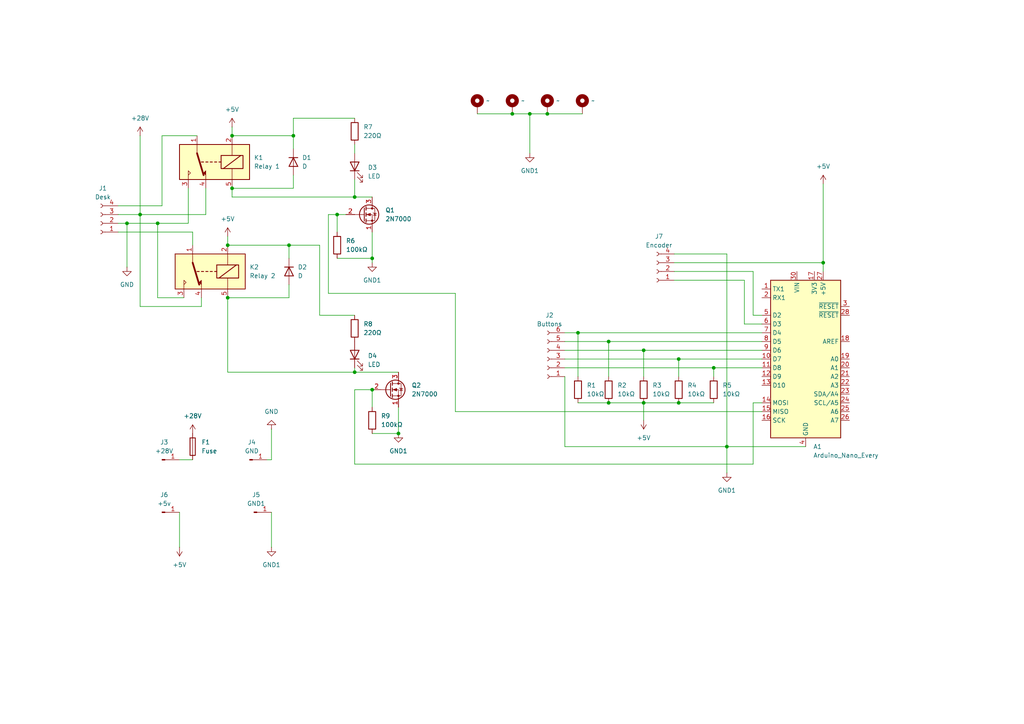
<source format=kicad_sch>
(kicad_sch (version 20231120) (generator "eeschema") (generator_version "8.0")
  (paper "A4")
  (lib_symbols
    (symbol "Connector:Conn_01x01_Pin" (pin_names (offset 1.016) hide)
      (property "Reference" "J" (at 0 2.54 0))
      (property "Value" "Conn_01x01_Pin" (at 0 -2.54 0))
      (symbol "Conn_01x01_Pin_1_1"
        (polyline (pts (xy 1.27 0) (xy 0.8636 0)) (stroke (width 0.1524)))
        (rectangle (start 0.8636 0.127) (end 0 -0.127) (stroke (width 0.1524)) (fill (type outline)))
        (pin passive line (at 5.08 0 180) (length 3.81) (name "Pin_1") (number "1"))
      )
    )
    (symbol "Connector:Conn_01x04_Socket" (pin_names (offset 1.016) hide)
      (property "Reference" "J" (at 0 5.08 0))
      (property "Value" "Conn_01x04_Socket" (at 0 -7.62 0))
      (symbol "Conn_01x04_Socket_1_1"
        (arc (start 0 -4.572) (mid -0.5058 -5.08) (end 0 -5.588) (stroke (width 0.1524)))
        (arc (start 0 -2.032) (mid -0.5058 -2.54) (end 0 -3.048) (stroke (width 0.1524)))
        (polyline (pts (xy -1.27 -5.08) (xy -0.508 -5.08)) (stroke (width 0.1524)))
        (polyline (pts (xy -1.27 -2.54) (xy -0.508 -2.54)) (stroke (width 0.1524)))
        (polyline (pts (xy -1.27 0) (xy -0.508 0)) (stroke (width 0.1524)))
        (polyline (pts (xy -1.27 2.54) (xy -0.508 2.54)) (stroke (width 0.1524)))
        (arc (start 0 0.508) (mid -0.5058 0) (end 0 -0.508) (stroke (width 0.1524)))
        (arc (start 0 3.048) (mid -0.5058 2.54) (end 0 2.032) (stroke (width 0.1524)))
        (pin passive line (at -5.08 2.54 0) (length 3.81) (name "Pin_1") (number "1"))
        (pin passive line (at -5.08 0 0) (length 3.81) (name "Pin_2") (number "2"))
        (pin passive line (at -5.08 -2.54 0) (length 3.81) (name "Pin_3") (number "3"))
        (pin passive line (at -5.08 -5.08 0) (length 3.81) (name "Pin_4") (number "4"))
      )
    )
    (symbol "Connector:Conn_01x06_Socket" (pin_names (offset 1.016) hide)
      (property "Reference" "J" (at 0 7.62 0))
      (property "Value" "Conn_01x06_Socket" (at 0 -10.16 0))
      (symbol "Conn_01x06_Socket_1_1"
        (arc (start 0 -7.112) (mid -0.5058 -7.62) (end 0 -8.128) (stroke (width 0.1524)))
        (arc (start 0 -4.572) (mid -0.5058 -5.08) (end 0 -5.588) (stroke (width 0.1524)))
        (arc (start 0 -2.032) (mid -0.5058 -2.54) (end 0 -3.048) (stroke (width 0.1524)))
        (polyline (pts (xy -1.27 -7.62) (xy -0.508 -7.62)) (stroke (width 0.1524)))
        (polyline (pts (xy -1.27 -5.08) (xy -0.508 -5.08)) (stroke (width 0.1524)))
        (polyline (pts (xy -1.27 -2.54) (xy -0.508 -2.54)) (stroke (width 0.1524)))
        (polyline (pts (xy -1.27 0) (xy -0.508 0)) (stroke (width 0.1524)))
        (polyline (pts (xy -1.27 2.54) (xy -0.508 2.54)) (stroke (width 0.1524)))
        (polyline (pts (xy -1.27 5.08) (xy -0.508 5.08)) (stroke (width 0.1524)))
        (arc (start 0 0.508) (mid -0.5058 0) (end 0 -0.508) (stroke (width 0.1524)))
        (arc (start 0 3.048) (mid -0.5058 2.54) (end 0 2.032) (stroke (width 0.1524)))
        (arc (start 0 5.588) (mid -0.5058 5.08) (end 0 4.572) (stroke (width 0.1524)))
        (pin passive line (at -5.08 5.08 0) (length 3.81) (name "Pin_1") (number "1"))
        (pin passive line (at -5.08 2.54 0) (length 3.81) (name "Pin_2") (number "2"))
        (pin passive line (at -5.08 0 0) (length 3.81) (name "Pin_3") (number "3"))
        (pin passive line (at -5.08 -2.54 0) (length 3.81) (name "Pin_4") (number "4"))
        (pin passive line (at -5.08 -5.08 0) (length 3.81) (name "Pin_5") (number "5"))
        (pin passive line (at -5.08 -7.62 0) (length 3.81) (name "Pin_6") (number "6"))
      )
    )
    (symbol "Device:D" (pin_numbers hide) (pin_names (offset 1.016) hide)
      (property "Reference" "D" (at 0 2.54 0))
      (property "Value" "D" (at 0 -2.54 0))
      (symbol "D_0_1"
        (polyline (pts (xy -1.27 1.27) (xy -1.27 -1.27)) (stroke (width 0.254)))
        (polyline (pts (xy 1.27 0) (xy -1.27 0)))
        (polyline (pts (xy 1.27 1.27) (xy 1.27 -1.27) (xy -1.27 0) (xy 1.27 1.27)) (stroke (width 0.254)))
      )
      (symbol "D_1_1"
        (pin passive line (at -3.81 0 0) (length 2.54) (name "K") (number "1"))
        (pin passive line (at 3.81 0 180) (length 2.54) (name "A") (number "2"))
      )
    )
    (symbol "Device:Fuse" (pin_numbers hide) (pin_names (offset 0))
      (property "Reference" "F" (at 2.032 0 90))
      (property "Value" "Fuse" (at -1.905 0 90))
      (symbol "Fuse_0_1"
        (rectangle (start -0.762 -2.54) (end 0.762 2.54) (stroke (width 0.254)))
        (polyline (pts (xy 0 2.54) (xy 0 -2.54)))
      )
      (symbol "Fuse_1_1"
        (pin passive line (at 0 3.81 270) (length 1.27) (name "~") (number "1"))
        (pin passive line (at 0 -3.81 90) (length 1.27) (name "~") (number "2"))
      )
    )
    (symbol "Device:LED" (pin_numbers hide) (pin_names (offset 1.016) hide)
      (property "Reference" "D" (at 0 2.54 0))
      (property "Value" "LED" (at 0 -2.54 0))
      (symbol "LED_0_1"
        (polyline (pts (xy -1.27 -1.27) (xy -1.27 1.27)) (stroke (width 0.254)))
        (polyline (pts (xy -1.27 0) (xy 1.27 0)))
        (polyline (pts (xy 1.27 -1.27) (xy 1.27 1.27) (xy -1.27 0) (xy 1.27 -1.27)) (stroke (width 0.254)))
        (polyline (pts (xy -3.048 -0.762) (xy -4.572 -2.286) (xy -3.81 -2.286) (xy -4.572 -2.286) (xy -4.572 -1.524)))
        (polyline (pts (xy -1.778 -0.762) (xy -3.302 -2.286) (xy -2.54 -2.286) (xy -3.302 -2.286) (xy -3.302 -1.524)))
      )
      (symbol "LED_1_1"
        (pin passive line (at -3.81 0 0) (length 2.54) (name "K") (number "1"))
        (pin passive line (at 3.81 0 180) (length 2.54) (name "A") (number "2"))
      )
    )
    (symbol "Device:R" (pin_numbers hide) (pin_names (offset 0))
      (property "Reference" "R" (at 2.032 0 90))
      (property "Value" "R" (at 0 0 90))
      (symbol "R_0_1"
        (rectangle (start -1.016 -2.54) (end 1.016 2.54) (stroke (width 0.254)))
      )
      (symbol "R_1_1"
        (pin passive line (at 0 3.81 270) (length 1.27) (name "~") (number "1"))
        (pin passive line (at 0 -3.81 90) (length 1.27) (name "~") (number "2"))
      )
    )
    (symbol "MCU_Module:Arduino_Nano_Every"
      (property "Reference" "A" (at -10.16 23.495 0))
      (property "Value" "Arduino_Nano_Every" (at 5.08 -24.13 0))
      (symbol "Arduino_Nano_Every_0_1"
        (rectangle (start -10.16 22.86) (end 10.16 -22.86) (stroke (width 0.254)) (fill (type background)))
      )
      (symbol "Arduino_Nano_Every_1_1"
        (pin bidirectional line (at -12.7 20.32 0) (length 2.54) (name "TX1") (number "1"))
        (pin bidirectional line (at -12.7 0 0) (length 2.54) (name "D7") (number "10"))
        (pin bidirectional line (at -12.7 -2.54 0) (length 2.54) (name "D8") (number "11"))
        (pin bidirectional line (at -12.7 -5.08 0) (length 2.54) (name "D9") (number "12"))
        (pin bidirectional line (at -12.7 -7.62 0) (length 2.54) (name "D10") (number "13"))
        (pin bidirectional line (at -12.7 -12.7 0) (length 2.54) (name "MOSI") (number "14"))
        (pin bidirectional line (at -12.7 -15.24 0) (length 2.54) (name "MISO") (number "15"))
        (pin bidirectional line (at -12.7 -17.78 0) (length 2.54) (name "SCK") (number "16"))
        (pin power_out line (at 2.54 25.4 270) (length 2.54) (name "3V3") (number "17"))
        (pin input line (at 12.7 5.08 180) (length 2.54) (name "AREF") (number "18"))
        (pin bidirectional line (at 12.7 0 180) (length 2.54) (name "A0") (number "19"))
        (pin bidirectional line (at -12.7 17.78 0) (length 2.54) (name "RX1") (number "2"))
        (pin bidirectional line (at 12.7 -2.54 180) (length 2.54) (name "A1") (number "20"))
        (pin bidirectional line (at 12.7 -5.08 180) (length 2.54) (name "A2") (number "21"))
        (pin bidirectional line (at 12.7 -7.62 180) (length 2.54) (name "A3") (number "22"))
        (pin bidirectional line (at 12.7 -10.16 180) (length 2.54) (name "SDA/A4") (number "23"))
        (pin bidirectional line (at 12.7 -12.7 180) (length 2.54) (name "SCL/A5") (number "24"))
        (pin bidirectional line (at 12.7 -15.24 180) (length 2.54) (name "A6") (number "25"))
        (pin bidirectional line (at 12.7 -17.78 180) (length 2.54) (name "A7") (number "26"))
        (pin power_out line (at 5.08 25.4 270) (length 2.54) (name "+5V") (number "27"))
        (pin input line (at 12.7 12.7 180) (length 2.54) (name "~{RESET}") (number "28"))
        (pin passive line (at 0 -25.4 90) (length 2.54) hide (name "GND") (number "29"))
        (pin input line (at 12.7 15.24 180) (length 2.54) (name "~{RESET}") (number "3"))
        (pin power_in line (at -2.54 25.4 270) (length 2.54) (name "VIN") (number "30"))
        (pin power_in line (at 0 -25.4 90) (length 2.54) (name "GND") (number "4"))
        (pin bidirectional line (at -12.7 12.7 0) (length 2.54) (name "D2") (number "5"))
        (pin bidirectional line (at -12.7 10.16 0) (length 2.54) (name "D3") (number "6"))
        (pin bidirectional line (at -12.7 7.62 0) (length 2.54) (name "D4") (number "7"))
        (pin bidirectional line (at -12.7 5.08 0) (length 2.54) (name "D5") (number "8"))
        (pin bidirectional line (at -12.7 2.54 0) (length 2.54) (name "D6") (number "9"))
      )
    )
    (symbol "Mechanical:MountingHole_Pad_MP" (pin_numbers hide) (pin_names (offset 1.016) hide) (exclude_from_sim yes) (in_bom no)
      (property "Reference" "H" (at 0 6.35 0))
      (property "Value" "MountingHole_Pad_MP" (at 0 4.445 0))
      (symbol "MountingHole_Pad_MP_0_1"
        (circle (center 0 1.27) (radius 1.27) (stroke (width 1.27)))
      )
      (symbol "MountingHole_Pad_MP_1_1"
        (pin input line (at 0 -2.54 90) (length 2.54) (name "MP") (number "MP"))
      )
    )
    (symbol "Relay:SANYOU_SRD_Form_C"
      (property "Reference" "K" (at 11.43 3.81 0))
      (property "Value" "SANYOU_SRD_Form_C" (at 11.43 1.27 0))
      (symbol "SANYOU_SRD_Form_C_0_0"
        (polyline (pts (xy 7.62 5.08) (xy 7.62 2.54) (xy 6.985 3.175) (xy 7.62 3.81)))
      )
      (symbol "SANYOU_SRD_Form_C_0_1"
        (rectangle (start -10.16 5.08) (end 10.16 -5.08) (stroke (width 0.254)) (fill (type background)))
        (rectangle (start -8.255 1.905) (end -1.905 -1.905) (stroke (width 0.254)))
        (polyline (pts (xy -7.62 -1.905) (xy -2.54 1.905)) (stroke (width 0.254)))
        (polyline (pts (xy -5.08 -5.08) (xy -5.08 -1.905)))
        (polyline (pts (xy -5.08 5.08) (xy -5.08 1.905)))
        (polyline (pts (xy -1.905 0) (xy -1.27 0)) (stroke (width 0.254)))
        (polyline (pts (xy -0.635 0) (xy 0 0)) (stroke (width 0.254)))
        (polyline (pts (xy 0.635 0) (xy 1.27 0)) (stroke (width 0.254)))
        (polyline (pts (xy 1.905 0) (xy 2.54 0)) (stroke (width 0.254)))
        (polyline (pts (xy 3.175 0) (xy 3.81 0)) (stroke (width 0.254)))
        (polyline (pts (xy 5.08 -2.54) (xy 3.175 3.81)) (stroke (width 0.508)))
        (polyline (pts (xy 5.08 -2.54) (xy 5.08 -5.08)))
      )
      (symbol "SANYOU_SRD_Form_C_1_1"
        (polyline (pts (xy 2.54 3.81) (xy 3.175 3.175) (xy 2.54 2.54) (xy 2.54 5.08)) (fill (type outline)))
        (pin passive line (at 5.08 -7.62 90) (length 2.54) (name "~") (number "1"))
        (pin passive line (at -5.08 -7.62 90) (length 2.54) (name "~") (number "2"))
        (pin passive line (at 7.62 7.62 270) (length 2.54) (name "~") (number "3"))
        (pin passive line (at 2.54 7.62 270) (length 2.54) (name "~") (number "4"))
        (pin passive line (at -5.08 7.62 270) (length 2.54) (name "~") (number "5"))
      )
    )
    (symbol "Transistor_FET:2N7000" (pin_names hide)
      (property "Reference" "Q" (at 5.08 1.905 0))
      (property "Value" "2N7000" (at 5.08 0 0))
      (symbol "2N7000_0_1"
        (polyline (pts (xy 0.254 0) (xy -2.54 0)))
        (polyline (pts (xy 0.254 1.905) (xy 0.254 -1.905)) (stroke (width 0.254)))
        (polyline (pts (xy 0.762 -1.27) (xy 0.762 -2.286)) (stroke (width 0.254)))
        (polyline (pts (xy 0.762 0.508) (xy 0.762 -0.508)) (stroke (width 0.254)))
        (polyline (pts (xy 0.762 2.286) (xy 0.762 1.27)) (stroke (width 0.254)))
        (polyline (pts (xy 2.54 2.54) (xy 2.54 1.778)))
        (polyline (pts (xy 2.54 -2.54) (xy 2.54 0) (xy 0.762 0)))
        (polyline (pts (xy 0.762 -1.778) (xy 3.302 -1.778) (xy 3.302 1.778) (xy 0.762 1.778)))
        (polyline (pts (xy 1.016 0) (xy 2.032 0.381) (xy 2.032 -0.381) (xy 1.016 0)) (fill (type outline)))
        (polyline (pts (xy 2.794 0.508) (xy 2.921 0.381) (xy 3.683 0.381) (xy 3.81 0.254)))
        (polyline (pts (xy 3.302 0.381) (xy 2.921 -0.254) (xy 3.683 -0.254) (xy 3.302 0.381)))
        (circle (center 1.651 0) (radius 2.794) (stroke (width 0.254)))
        (circle (center 2.54 -1.778) (radius 0.254) (fill (type outline)))
        (circle (center 2.54 1.778) (radius 0.254) (fill (type outline)))
      )
      (symbol "2N7000_1_1"
        (pin passive line (at 2.54 -5.08 90) (length 2.54) (name "S") (number "1"))
        (pin input line (at -5.08 0 0) (length 2.54) (name "G") (number "2"))
        (pin passive line (at 2.54 5.08 270) (length 2.54) (name "D") (number "3"))
      )
    )
    (symbol "power:+28V" (power) (pin_numbers hide) (pin_names (offset 0) hide)
      (property "Value" "+28V" (at 0 3.556 0))
      (symbol "+28V_0_1"
        (polyline (pts (xy -0.762 1.27) (xy 0 2.54)))
        (polyline (pts (xy 0 0) (xy 0 2.54)))
        (polyline (pts (xy 0 2.54) (xy 0.762 1.27)))
      )
      (symbol "+28V_1_1"
        (pin power_in line (at 0 0 90) (length 0) (name "~") (number "1"))
      )
    )
    (symbol "power:+5V" (power) (pin_numbers hide) (pin_names (offset 0) hide)
      (property "Value" "+5V" (at 0 3.556 0))
      (symbol "+5V_0_1"
        (polyline (pts (xy -0.762 1.27) (xy 0 2.54)))
        (polyline (pts (xy 0 0) (xy 0 2.54)))
        (polyline (pts (xy 0 2.54) (xy 0.762 1.27)))
      )
      (symbol "+5V_1_1"
        (pin power_in line (at 0 0 90) (length 0) (name "~") (number "1"))
      )
    )
    (symbol "power:GND" (power) (pin_numbers hide) (pin_names (offset 0) hide)
      (property "Value" "GND" (at 0 -3.81 0))
      (symbol "GND_0_1"
        (polyline (pts (xy 0 0) (xy 0 -1.27) (xy 1.27 -1.27) (xy 0 -2.54) (xy -1.27 -1.27) (xy 0 -1.27)))
      )
      (symbol "GND_1_1"
        (pin power_in line (at 0 0 270) (length 0) (name "~") (number "1"))
      )
    )
    (symbol "power:GND1" (power) (pin_numbers hide) (pin_names (offset 0) hide)
      (property "Value" "GND1" (at 0 -3.81 0))
      (symbol "GND1_0_1"
        (polyline (pts (xy 0 0) (xy 0 -1.27) (xy 1.27 -1.27) (xy 0 -2.54) (xy -1.27 -1.27) (xy 0 -1.27)))
      )
      (symbol "GND1_1_1"
        (pin power_in line (at 0 0 270) (length 0) (name "~") (number "1"))
      )
    )
  )
  (junction (at 107.95 74.93))
  (junction (at 176.53 116.84))
  (junction (at 97.79 62.23))
  (junction (at 67.31 54.61))
  (junction (at 85.09 39.37))
  (junction (at 66.04 86.36))
  (junction (at 40.64 62.23))
  (junction (at 158.75 33.02))
  (junction (at 115.57 125.73))
  (junction (at 102.87 57.15))
  (junction (at 207.01 106.68))
  (junction (at 102.87 107.95))
  (junction (at 148.59 33.02))
  (junction (at 167.64 96.52))
  (junction (at 186.69 116.84))
  (junction (at 153.67 33.02))
  (junction (at 196.85 116.84))
  (junction (at 67.31 39.37))
  (junction (at 83.82 71.12))
  (junction (at 36.83 64.77))
  (junction (at 45.72 64.77))
  (junction (at 176.53 99.06))
  (junction (at 210.82 129.54))
  (junction (at 238.76 76.2))
  (junction (at 196.85 104.14))
  (junction (at 66.04 71.12))
  (junction (at 107.95 113.03))
  (junction (at 186.69 101.6))
  (wire (pts (xy 78.74 148.59) (xy 78.74 158.75)))
  (wire (pts (xy 55.88 71.12) (xy 55.88 67.31)))
  (wire (pts (xy 238.76 76.2) (xy 238.76 78.74)))
  (wire (pts (xy 163.83 104.14) (xy 196.85 104.14)))
  (wire (pts (xy 66.04 107.95) (xy 66.04 86.36)))
  (wire (pts (xy 196.85 104.14) (xy 220.98 104.14)))
  (wire (pts (xy 215.9 93.98) (xy 215.9 81.28)))
  (wire (pts (xy 83.82 74.93) (xy 83.82 71.12)))
  (wire (pts (xy 53.34 86.36) (xy 45.72 86.36)))
  (wire (pts (xy 207.01 106.68) (xy 220.98 106.68)))
  (wire (pts (xy 238.76 53.34) (xy 238.76 76.2)))
  (wire (pts (xy 58.42 88.9) (xy 40.64 88.9)))
  (wire (pts (xy 218.44 134.62) (xy 218.44 116.84)))
  (wire (pts (xy 153.67 33.02) (xy 153.67 44.45)))
  (wire (pts (xy 186.69 101.6) (xy 220.98 101.6)))
  (wire (pts (xy 36.83 64.77) (xy 36.83 77.47)))
  (wire (pts (xy 215.9 81.28) (xy 195.58 81.28)))
  (wire (pts (xy 186.69 116.84) (xy 196.85 116.84)))
  (wire (pts (xy 102.87 41.91) (xy 102.87 44.45)))
  (wire (pts (xy 163.83 101.6) (xy 186.69 101.6)))
  (wire (pts (xy 102.87 134.62) (xy 218.44 134.62)))
  (wire (pts (xy 107.95 57.15) (xy 102.87 57.15)))
  (wire (pts (xy 46.99 39.37) (xy 57.15 39.37)))
  (wire (pts (xy 83.82 82.55) (xy 83.82 86.36)))
  (wire (pts (xy 158.75 33.02) (xy 168.91 33.02)))
  (wire (pts (xy 102.87 34.29) (xy 85.09 34.29)))
  (wire (pts (xy 58.42 86.36) (xy 58.42 88.9)))
  (wire (pts (xy 107.95 125.73) (xy 115.57 125.73)))
  (wire (pts (xy 163.83 109.22) (xy 163.83 129.54)))
  (wire (pts (xy 186.69 101.6) (xy 186.69 109.22)))
  (wire (pts (xy 95.25 62.23) (xy 95.25 85.09)))
  (wire (pts (xy 195.58 78.74) (xy 218.44 78.74)))
  (wire (pts (xy 138.43 33.02) (xy 148.59 33.02)))
  (wire (pts (xy 45.72 86.36) (xy 45.72 64.77)))
  (wire (pts (xy 85.09 34.29) (xy 85.09 39.37)))
  (wire (pts (xy 210.82 73.66) (xy 210.82 129.54)))
  (wire (pts (xy 233.68 129.54) (xy 210.82 129.54)))
  (wire (pts (xy 85.09 39.37) (xy 85.09 43.18)))
  (wire (pts (xy 115.57 107.95) (xy 102.87 107.95)))
  (wire (pts (xy 195.58 73.66) (xy 210.82 73.66)))
  (wire (pts (xy 163.83 96.52) (xy 167.64 96.52)))
  (wire (pts (xy 102.87 57.15) (xy 67.31 57.15)))
  (wire (pts (xy 97.79 74.93) (xy 107.95 74.93)))
  (wire (pts (xy 210.82 129.54) (xy 210.82 137.16)))
  (wire (pts (xy 102.87 113.03) (xy 102.87 134.62)))
  (wire (pts (xy 97.79 62.23) (xy 95.25 62.23)))
  (wire (pts (xy 132.08 85.09) (xy 132.08 119.38)))
  (wire (pts (xy 78.74 133.35) (xy 77.47 133.35)))
  (wire (pts (xy 100.33 62.23) (xy 97.79 62.23)))
  (wire (pts (xy 66.04 68.58) (xy 66.04 71.12)))
  (wire (pts (xy 55.88 133.35) (xy 52.07 133.35)))
  (wire (pts (xy 176.53 99.06) (xy 220.98 99.06)))
  (wire (pts (xy 55.88 67.31) (xy 34.29 67.31)))
  (wire (pts (xy 176.53 99.06) (xy 176.53 109.22)))
  (wire (pts (xy 85.09 54.61) (xy 67.31 54.61)))
  (wire (pts (xy 107.95 67.31) (xy 107.95 74.93)))
  (wire (pts (xy 59.69 62.23) (xy 40.64 62.23)))
  (wire (pts (xy 132.08 119.38) (xy 220.98 119.38)))
  (wire (pts (xy 95.25 85.09) (xy 132.08 85.09)))
  (wire (pts (xy 102.87 107.95) (xy 102.87 106.68)))
  (wire (pts (xy 92.71 71.12) (xy 92.71 91.44)))
  (wire (pts (xy 163.83 106.68) (xy 207.01 106.68)))
  (wire (pts (xy 207.01 106.68) (xy 207.01 109.22)))
  (wire (pts (xy 66.04 71.12) (xy 83.82 71.12)))
  (wire (pts (xy 85.09 50.8) (xy 85.09 54.61)))
  (wire (pts (xy 167.64 96.52) (xy 167.64 109.22)))
  (wire (pts (xy 107.95 113.03) (xy 107.95 118.11)))
  (wire (pts (xy 102.87 107.95) (xy 66.04 107.95)))
  (wire (pts (xy 218.44 91.44) (xy 220.98 91.44)))
  (wire (pts (xy 45.72 64.77) (xy 36.83 64.77)))
  (wire (pts (xy 40.64 62.23) (xy 34.29 62.23)))
  (wire (pts (xy 102.87 52.07) (xy 102.87 57.15)))
  (wire (pts (xy 196.85 109.22) (xy 196.85 104.14)))
  (wire (pts (xy 115.57 118.11) (xy 115.57 125.73)))
  (wire (pts (xy 220.98 93.98) (xy 215.9 93.98)))
  (wire (pts (xy 218.44 78.74) (xy 218.44 91.44)))
  (wire (pts (xy 67.31 36.83) (xy 67.31 39.37)))
  (wire (pts (xy 52.07 148.59) (xy 52.07 158.75)))
  (wire (pts (xy 167.64 96.52) (xy 220.98 96.52)))
  (wire (pts (xy 36.83 64.77) (xy 34.29 64.77)))
  (wire (pts (xy 59.69 54.61) (xy 59.69 62.23)))
  (wire (pts (xy 163.83 99.06) (xy 176.53 99.06)))
  (wire (pts (xy 107.95 74.93) (xy 107.95 76.2)))
  (wire (pts (xy 218.44 116.84) (xy 220.98 116.84)))
  (wire (pts (xy 40.64 39.37) (xy 40.64 62.23)))
  (wire (pts (xy 196.85 116.84) (xy 207.01 116.84)))
  (wire (pts (xy 67.31 39.37) (xy 85.09 39.37)))
  (wire (pts (xy 163.83 129.54) (xy 210.82 129.54)))
  (wire (pts (xy 54.61 54.61) (xy 54.61 64.77)))
  (wire (pts (xy 83.82 71.12) (xy 92.71 71.12)))
  (wire (pts (xy 97.79 62.23) (xy 97.79 67.31)))
  (wire (pts (xy 92.71 91.44) (xy 102.87 91.44)))
  (wire (pts (xy 67.31 57.15) (xy 67.31 54.61)))
  (wire (pts (xy 54.61 64.77) (xy 45.72 64.77)))
  (wire (pts (xy 176.53 116.84) (xy 186.69 116.84)))
  (wire (pts (xy 186.69 116.84) (xy 186.69 121.92)))
  (wire (pts (xy 148.59 33.02) (xy 153.67 33.02)))
  (wire (pts (xy 153.67 33.02) (xy 158.75 33.02)))
  (wire (pts (xy 46.99 59.69) (xy 46.99 39.37)))
  (wire (pts (xy 34.29 59.69) (xy 46.99 59.69)))
  (wire (pts (xy 66.04 86.36) (xy 83.82 86.36)))
  (wire (pts (xy 195.58 76.2) (xy 238.76 76.2)))
  (wire (pts (xy 167.64 116.84) (xy 176.53 116.84)))
  (wire (pts (xy 78.74 124.46) (xy 78.74 133.35)))
  (wire (pts (xy 107.95 113.03) (xy 102.87 113.03)))
  (wire (pts (xy 40.64 88.9) (xy 40.64 62.23)))
  (symbol (lib_id "Device:LED") (at 102.87 102.87 90) (unit 1)
    (property "Reference" "D4" (at 106.68 103.1874 90) (effects (justify right)))
    (property "Value" "LED" (at 106.68 105.7274 90) (effects (justify right)))
    (property "Footprint" "LED_THT:LED_D3.0mm" (effects (hide yes)))
    (property "Description" "Light emitting diode" (effects (hide yes)))
  )
  (symbol (lib_id "power:+5V") (at 238.76 53.34 0) (unit 1)
    (property "Reference" "#PWR08" (effects (hide yes)))
    (property "Value" "+5V" (at 238.76 48.26 0))
    (property "Description" "Power symbol creates a global label with name \"+5V\"" (effects (hide yes)))
  )
  (symbol (lib_id "Device:R") (at 196.85 113.03 0) (unit 1)
    (property "Reference" "R4" (at 199.39 111.7599 0) (effects (justify left)))
    (property "Value" "10kΩ" (at 199.39 114.2999 0) (effects (justify left)))
    (property "Footprint" "Resistor_THT:R_Axial_DIN0204_L3.6mm_D1.6mm_P5.08mm_Horizontal" (effects (hide yes)))
    (property "Description" "Resistor" (effects (hide yes)))
  )
  (symbol (lib_id "power:GND1") (at 210.82 137.16 0) (unit 1)
    (property "Reference" "#PWR05" (effects (hide yes)))
    (property "Value" "GND1" (at 210.82 142.24 0))
    (property "Description" "Power symbol creates a global label with name \"GND1\" , ground" (effects (hide yes)))
  )
  (symbol (lib_id "Relay:SANYOU_SRD_Form_C") (at 62.23 46.99 180) (unit 1)
    (property "Reference" "K1" (at 73.66 45.7199 0) (effects (justify right)))
    (property "Value" "Relay 1" (at 73.66 48.2599 0) (effects (justify right)))
    (property "Footprint" "Relay_THT:Relay_SPDT_SANYOU_SRD_Series_Form_C" (effects (hide yes)))
    (property "Datasheet" "http://www.sanyourelay.ca/public/products/pdf/SRD.pdf" (effects (hide yes)))
    (property "Description" "Sanyo SRD relay, Single Pole Miniature Power Relay," (effects (hide yes)))
  )
  (symbol (lib_id "Mechanical:MountingHole_Pad_MP") (at 138.43 30.48 0) (unit 1) (exclude_from_sim yes) (in_bom no)
    (property "Reference" "H1" (effects (hide yes)))
    (property "Value" "~" (at 140.97 29.21 0) (effects (justify left)))
    (property "Footprint" "MountingHole:MountingHole_3mm_Pad" (effects (hide yes)))
    (property "Description" "Mounting Hole with connection as pad named MP" (effects (hide yes)))
  )
  (symbol (lib_id "Connector:Conn_01x01_Pin") (at 46.99 133.35 0) (unit 1)
    (property "Reference" "J3" (at 47.625 128.27 0))
    (property "Value" "+28V" (at 47.625 130.81 0))
    (property "Footprint" "Connector_PinHeader_2.54mm:PinHeader_1x01_P2.54mm_Vertical" (effects (hide yes)))
    (property "Description" "Generic connector, single row, 01x01, script generated" (effects (hide yes)))
  )
  (symbol (lib_id "Transistor_FET:2N7000") (at 113.03 113.03 0) (unit 1)
    (property "Reference" "Q2" (at 119.38 111.7599 0) (effects (justify left)))
    (property "Value" "2N7000" (at 119.38 114.2999 0) (effects (justify left)))
    (property "Footprint" "Package_TO_SOT_THT:TO-92_Inline" (effects (hide yes)))
    (property "Datasheet" "https://www.vishay.com/docs/70226/70226.pdf" (effects (hide yes)))
    (property "Description" "0.2A Id, 200V Vds, N-Channel MOSFET, 2.6V Logic Level, TO-92" (effects (hide yes)))
  )
  (symbol (lib_id "power:+28V") (at 40.64 39.37 0) (unit 1)
    (property "Reference" "#PWR01" (effects (hide yes)))
    (property "Value" "+28V" (at 40.64 34.29 0))
    (property "Description" "Power symbol creates a global label with name \"+28V\"" (effects (hide yes)))
  )
  (symbol (lib_id "Device:R") (at 176.53 113.03 0) (unit 1)
    (property "Reference" "R2" (at 179.07 111.7599 0) (effects (justify left)))
    (property "Value" "10kΩ" (at 179.07 114.2999 0) (effects (justify left)))
    (property "Footprint" "Resistor_THT:R_Axial_DIN0204_L3.6mm_D1.6mm_P5.08mm_Horizontal" (effects (hide yes)))
    (property "Description" "Resistor" (effects (hide yes)))
  )
  (symbol (lib_id "power:+5V") (at 66.04 68.58 0) (unit 1)
    (property "Reference" "#PWR011" (effects (hide yes)))
    (property "Value" "+5V" (at 66.04 63.5 0))
    (property "Description" "Power symbol creates a global label with name \"+5V\"" (effects (hide yes)))
  )
  (symbol (lib_id "Device:R") (at 102.87 38.1 0) (unit 1)
    (property "Reference" "R7" (at 105.41 36.8299 0) (effects (justify left)))
    (property "Value" "220Ω" (at 105.41 39.3699 0) (effects (justify left)))
    (property "Footprint" "Resistor_THT:R_Axial_DIN0204_L3.6mm_D1.6mm_P5.08mm_Horizontal" (effects (hide yes)))
    (property "Description" "Resistor" (effects (hide yes)))
  )
  (symbol (lib_id "power:GND1") (at 115.57 125.73 0) (unit 1)
    (property "Reference" "#PWR013" (effects (hide yes)))
    (property "Value" "GND1" (at 115.57 130.81 0))
    (property "Description" "Power symbol creates a global label with name \"GND1\" , ground" (effects (hide yes)))
  )
  (symbol (lib_id "power:+5V") (at 52.07 158.75 180) (unit 1)
    (property "Reference" "#PWR07" (effects (hide yes)))
    (property "Value" "+5V" (at 52.07 163.83 0))
    (property "Description" "Power symbol creates a global label with name \"+5V\"" (effects (hide yes)))
  )
  (symbol (lib_id "Device:D") (at 83.82 78.74 270) (unit 1)
    (property "Reference" "D2" (at 86.36 77.4699 90) (effects (justify left)))
    (property "Value" "D" (at 86.36 80.0099 90) (effects (justify left)))
    (property "Footprint" "Diode_THT:D_5W_P12.70mm_Horizontal" (effects (hide yes)))
    (property "Description" "Diode" (effects (hide yes)))
    (property "Sim.Device" "D" (effects (hide yes)))
    (property "Sim.Pins" "1=K 2=A" (effects (hide yes)))
  )
  (symbol (lib_id "Device:R") (at 207.01 113.03 0) (unit 1)
    (property "Reference" "R5" (at 209.55 111.7599 0) (effects (justify left)))
    (property "Value" "10kΩ" (at 209.55 114.2999 0) (effects (justify left)))
    (property "Footprint" "Resistor_THT:R_Axial_DIN0204_L3.6mm_D1.6mm_P5.08mm_Horizontal" (effects (hide yes)))
    (property "Description" "Resistor" (effects (hide yes)))
  )
  (symbol (lib_id "Device:R") (at 167.64 113.03 0) (unit 1)
    (property "Reference" "R1" (at 170.18 111.7599 0) (effects (justify left)))
    (property "Value" "10kΩ" (at 170.18 114.2999 0) (effects (justify left)))
    (property "Footprint" "Resistor_THT:R_Axial_DIN0204_L3.6mm_D1.6mm_P5.08mm_Horizontal" (effects (hide yes)))
    (property "Description" "Resistor" (effects (hide yes)))
  )
  (symbol (lib_id "Device:Fuse") (at 55.88 129.54 0) (unit 1)
    (property "Reference" "F1" (at 58.42 128.2699 0) (effects (justify left)))
    (property "Value" "Fuse" (at 58.42 130.8099 0) (effects (justify left)))
    (property "Footprint" "Resistor_THT:R_Axial_DIN0207_L6.3mm_D2.5mm_P10.16mm_Horizontal" (effects (hide yes)))
    (property "Description" "Fuse" (effects (hide yes)))
  )
  (symbol (lib_id "Mechanical:MountingHole_Pad_MP") (at 148.59 30.48 0) (unit 1) (exclude_from_sim yes) (in_bom no)
    (property "Reference" "H2" (effects (hide yes)))
    (property "Value" "~" (at 151.13 29.21 0) (effects (justify left)))
    (property "Footprint" "MountingHole:MountingHole_3mm_Pad" (effects (hide yes)))
    (property "Description" "Mounting Hole with connection as pad named MP" (effects (hide yes)))
  )
  (symbol (lib_id "Connector:Conn_01x01_Pin") (at 72.39 133.35 0) (unit 1)
    (property "Reference" "J4" (at 73.025 128.27 0))
    (property "Value" "GND" (at 73.025 130.81 0))
    (property "Footprint" "Connector_PinHeader_2.54mm:PinHeader_1x01_P2.54mm_Vertical" (effects (hide yes)))
    (property "Description" "Generic connector, single row, 01x01, script generated" (effects (hide yes)))
  )
  (symbol (lib_id "power:GND1") (at 107.95 76.2 0) (unit 1)
    (property "Reference" "#PWR012" (effects (hide yes)))
    (property "Value" "GND1" (at 107.95 81.28 0))
    (property "Description" "Power symbol creates a global label with name \"GND1\" , ground" (effects (hide yes)))
  )
  (symbol (lib_id "Device:R") (at 186.69 113.03 0) (unit 1)
    (property "Reference" "R3" (at 189.23 111.7599 0) (effects (justify left)))
    (property "Value" "10kΩ" (at 189.23 114.2999 0) (effects (justify left)))
    (property "Footprint" "Resistor_THT:R_Axial_DIN0204_L3.6mm_D1.6mm_P5.08mm_Horizontal" (effects (hide yes)))
    (property "Description" "Resistor" (effects (hide yes)))
  )
  (symbol (lib_id "power:+5V") (at 186.69 121.92 180) (unit 1)
    (property "Reference" "#PWR09" (effects (hide yes)))
    (property "Value" "+5V" (at 186.69 127 0))
    (property "Description" "Power symbol creates a global label with name \"+5V\"" (effects (hide yes)))
  )
  (symbol (lib_id "power:GND") (at 78.74 124.46 180) (unit 1)
    (property "Reference" "#PWR04" (effects (hide yes)))
    (property "Value" "GND" (at 78.74 119.38 0))
    (property "Description" "Power symbol creates a global label with name \"GND\" , ground" (effects (hide yes)))
  )
  (symbol (lib_id "Device:R") (at 97.79 71.12 0) (unit 1)
    (property "Reference" "R6" (at 100.33 69.8499 0) (effects (justify left)))
    (property "Value" "100kΩ" (at 100.33 72.3899 0) (effects (justify left)))
    (property "Footprint" "Resistor_THT:R_Axial_DIN0204_L3.6mm_D1.6mm_P5.08mm_Horizontal" (effects (hide yes)))
    (property "Description" "Resistor" (effects (hide yes)))
  )
  (symbol (lib_id "MCU_Module:Arduino_Nano_Every") (at 233.68 104.14 0) (unit 1)
    (property "Reference" "A1" (at 235.8741 129.54 0) (effects (justify left)))
    (property "Value" "Arduino_Nano_Every" (at 235.8741 132.08 0) (effects (justify left)))
    (property "Footprint" "Module:Arduino_Nano" (effects (hide yes)))
    (property "Datasheet" "https://content.arduino.cc/assets/NANOEveryV3.0_sch.pdf" (effects (hide yes)))
    (property "Description" "Arduino Nano Every" (effects (hide yes)))
  )
  (symbol (lib_id "power:GND1") (at 153.67 44.45 0) (unit 1)
    (property "Reference" "#PWR014" (effects (hide yes)))
    (property "Value" "GND1" (at 153.67 49.53 0))
    (property "Description" "Power symbol creates a global label with name \"GND1\" , ground" (effects (hide yes)))
  )
  (symbol (lib_id "Transistor_FET:2N7000") (at 105.41 62.23 0) (unit 1)
    (property "Reference" "Q1" (at 111.76 60.9599 0) (effects (justify left)))
    (property "Value" "2N7000" (at 111.76 63.4999 0) (effects (justify left)))
    (property "Footprint" "Package_TO_SOT_THT:TO-92_Inline" (effects (hide yes)))
    (property "Datasheet" "https://www.vishay.com/docs/70226/70226.pdf" (effects (hide yes)))
    (property "Description" "0.2A Id, 200V Vds, N-Channel MOSFET, 2.6V Logic Level, TO-92" (effects (hide yes)))
  )
  (symbol (lib_id "Connector:Conn_01x04_Socket") (at 29.21 64.77 180) (unit 1)
    (property "Reference" "J1" (at 29.845 54.61 0))
    (property "Value" "Desk" (at 29.845 57.15 0))
    (property "Footprint" "Connector_JST:JST_XH_B4B-XH-A_1x04_P2.50mm_Vertical" (effects (hide yes)))
    (property "Description" "Generic connector, single row, 01x04, script generated" (effects (hide yes)))
  )
  (symbol (lib_id "power:+5V") (at 67.31 36.83 0) (unit 1)
    (property "Reference" "#PWR010" (effects (hide yes)))
    (property "Value" "+5V" (at 67.31 31.75 0))
    (property "Description" "Power symbol creates a global label with name \"+5V\"" (effects (hide yes)))
  )
  (symbol (lib_id "Mechanical:MountingHole_Pad_MP") (at 168.91 30.48 0) (unit 1) (exclude_from_sim yes) (in_bom no)
    (property "Reference" "H4" (effects (hide yes)))
    (property "Value" "~" (at 171.45 29.21 0) (effects (justify left)))
    (property "Footprint" "MountingHole:MountingHole_3mm_Pad" (effects (hide yes)))
    (property "Description" "Mounting Hole with connection as pad named MP" (effects (hide yes)))
  )
  (symbol (lib_id "Connector:Conn_01x01_Pin") (at 73.66 148.59 0) (unit 1)
    (property "Reference" "J5" (at 74.295 143.51 0))
    (property "Value" "GND1" (at 74.295 146.05 0))
    (property "Footprint" "Connector_PinHeader_2.54mm:PinHeader_1x01_P2.54mm_Vertical" (effects (hide yes)))
    (property "Description" "Generic connector, single row, 01x01, script generated" (effects (hide yes)))
  )
  (symbol (lib_id "Relay:SANYOU_SRD_Form_C") (at 60.96 78.74 180) (unit 1)
    (property "Reference" "K2" (at 72.39 77.4699 0) (effects (justify right)))
    (property "Value" "Relay 2" (at 72.39 80.0099 0) (effects (justify right)))
    (property "Footprint" "Relay_THT:Relay_SPDT_SANYOU_SRD_Series_Form_C" (effects (hide yes)))
    (property "Datasheet" "http://www.sanyourelay.ca/public/products/pdf/SRD.pdf" (effects (hide yes)))
    (property "Description" "Sanyo SRD relay, Single Pole Miniature Power Relay," (effects (hide yes)))
  )
  (symbol (lib_id "Device:LED") (at 102.87 48.26 90) (unit 1)
    (property "Reference" "D3" (at 106.68 48.5774 90) (effects (justify right)))
    (property "Value" "LED" (at 106.68 51.1174 90) (effects (justify right)))
    (property "Footprint" "LED_THT:LED_D3.0mm" (effects (hide yes)))
    (property "Description" "Light emitting diode" (effects (hide yes)))
  )
  (symbol (lib_id "Device:D") (at 85.09 46.99 270) (unit 1)
    (property "Reference" "D1" (at 87.63 45.7199 90) (effects (justify left)))
    (property "Value" "D" (at 87.63 48.2599 90) (effects (justify left)))
    (property "Footprint" "Diode_THT:D_5W_P12.70mm_Horizontal" (effects (hide yes)))
    (property "Description" "Diode" (effects (hide yes)))
    (property "Sim.Device" "D" (effects (hide yes)))
    (property "Sim.Pins" "1=K 2=A" (effects (hide yes)))
  )
  (symbol (lib_id "Connector:Conn_01x06_Socket") (at 158.75 104.14 180) (unit 1)
    (property "Reference" "J2" (at 159.385 91.44 0))
    (property "Value" "Buttons" (at 159.385 93.98 0))
    (property "Footprint" "Connector_JST:JST_XH_B6B-XH-A_1x06_P2.50mm_Vertical" (effects (hide yes)))
    (property "Description" "Generic connector, single row, 01x06, script generated" (effects (hide yes)))
  )
  (symbol (lib_id "power:GND1") (at 78.74 158.75 0) (unit 1)
    (property "Reference" "#PWR06" (effects (hide yes)))
    (property "Value" "GND1" (at 78.74 163.83 0))
    (property "Description" "Power symbol creates a global label with name \"GND1\" , ground" (effects (hide yes)))
  )
  (symbol (lib_id "power:GND") (at 36.83 77.47 0) (unit 1)
    (property "Reference" "#PWR03" (effects (hide yes)))
    (property "Value" "GND" (at 36.83 82.55 0))
    (property "Description" "Power symbol creates a global label with name \"GND\" , ground" (effects (hide yes)))
  )
  (symbol (lib_id "Connector:Conn_01x04_Socket") (at 190.5 78.74 180) (unit 1)
    (property "Reference" "J7" (at 191.135 68.58 0))
    (property "Value" "Encoder" (at 191.135 71.12 0))
    (property "Footprint" "Connector_JST:JST_XH_B4B-XH-A_1x04_P2.50mm_Vertical" (effects (hide yes)))
    (property "Description" "Generic connector, single row, 01x04, script generated" (effects (hide yes)))
  )
  (symbol (lib_id "power:+28V") (at 55.88 125.73 0) (unit 1)
    (property "Reference" "#PWR02" (effects (hide yes)))
    (property "Value" "+28V" (at 55.88 120.65 0))
    (property "Description" "Power symbol creates a global label with name \"+28V\"" (effects (hide yes)))
  )
  (symbol (lib_id "Device:R") (at 107.95 121.92 0) (unit 1)
    (property "Reference" "R9" (at 110.49 120.6499 0) (effects (justify left)))
    (property "Value" "100kΩ" (at 110.49 123.1899 0) (effects (justify left)))
    (property "Footprint" "Resistor_THT:R_Axial_DIN0204_L3.6mm_D1.6mm_P5.08mm_Horizontal" (effects (hide yes)))
    (property "Description" "Resistor" (effects (hide yes)))
  )
  (symbol (lib_id "Connector:Conn_01x01_Pin") (at 46.99 148.59 0) (unit 1)
    (property "Reference" "J6" (at 47.625 143.51 0))
    (property "Value" "+5v" (at 47.625 146.05 0))
    (property "Footprint" "Connector_PinHeader_2.54mm:PinHeader_1x01_P2.54mm_Vertical" (effects (hide yes)))
    (property "Description" "Generic connector, single row, 01x01, script generated" (effects (hide yes)))
  )
  (symbol (lib_id "Mechanical:MountingHole_Pad_MP") (at 158.75 30.48 0) (unit 1) (exclude_from_sim yes) (in_bom no)
    (property "Reference" "H3" (effects (hide yes)))
    (property "Value" "~" (at 161.29 29.21 0) (effects (justify left)))
    (property "Footprint" "MountingHole:MountingHole_3mm_Pad" (effects (hide yes)))
    (property "Description" "Mounting Hole with connection as pad named MP" (effects (hide yes)))
  )
  (symbol (lib_id "Device:R") (at 102.87 95.25 0) (unit 1)
    (property "Reference" "R8" (at 105.41 93.9799 0) (effects (justify left)))
    (property "Value" "220Ω" (at 105.41 96.5199 0) (effects (justify left)))
    (property "Footprint" "Resistor_THT:R_Axial_DIN0204_L3.6mm_D1.6mm_P5.08mm_Horizontal" (effects (hide yes)))
    (property "Description" "Resistor" (effects (hide yes)))
  )
)
</source>
